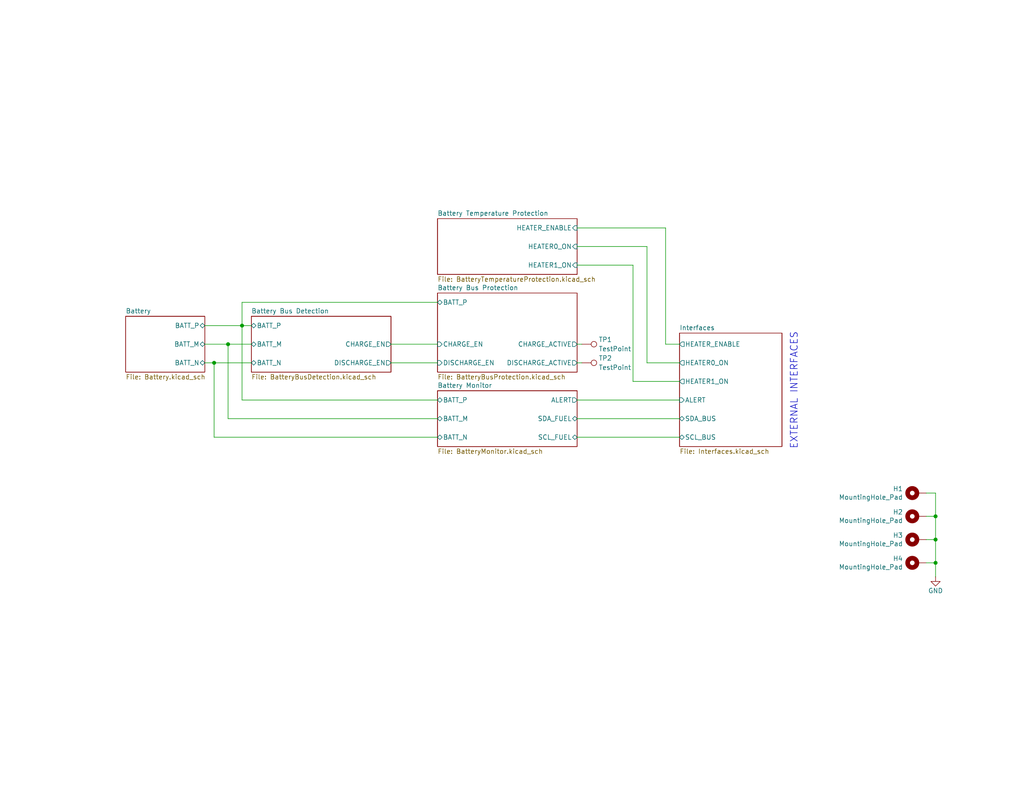
<source format=kicad_sch>
(kicad_sch (version 20250114) (generator "eeschema") (generator_version "9.0")
  (paper "USLetter")
  (title_block (title "Argus Batteryboard") (date "2025-04-16") (rev "v3.1") (company "Carnegie Mellon University") (comment 1 "M. Holliday") (comment 2 "N. Khera") (comment 3 "V. Rajesh"))
  (lib_symbols
    (symbol "Connector:TestPoint" (pin_numbers (hide yes)) (pin_names (offset 0.762) (hide yes))
      (property "Reference" "TP" (at 0 6.858 0))
      (property "Value" "TestPoint" (at 0 5.08 0))
      (symbol "TestPoint_0_1"
        (circle (center 0 3.302) (radius 0.762))
      )
      (symbol "TestPoint_1_1"
        (pin passive line (at 0 0 90) (length 2.54) (name "1") (number "1"))
      )
    )
    (symbol "Mechanical:MountingHole_Pad" (pin_numbers (hide yes)) (pin_names (offset 1.016) (hide yes)) (exclude_from_sim yes) (in_bom no)
      (property "Reference" "H" (at 0 6.35 0))
      (property "Value" "MountingHole_Pad" (at 0 4.445 0))
      (symbol "MountingHole_Pad_0_1"
        (circle (center 0 1.27) (radius 1.27) (stroke (width 1.27)))
      )
      (symbol "MountingHole_Pad_1_1"
        (pin input line (at 0 -2.54 90) (length 2.54) (name "1") (number "1"))
      )
    )
    (symbol "power:GND" (power) (pin_numbers (hide yes)) (pin_names (offset 0) (hide yes))
      (property "Value" "GND" (at 0 -3.81 0))
      (symbol "GND_0_1"
        (polyline (pts (xy 0 0) (xy 0 -1.27) (xy 1.27 -1.27) (xy 0 -2.54) (xy -1.27 -1.27) (xy 0 -1.27)))
      )
      (symbol "GND_1_1"
        (pin power_in line (at 0 0 270) (length 0) (name "~") (number "1"))
      )
    )
  )
  (text "EXTERNAL INTERFACES" (at 216.662 106.68 90) (effects (font (size 1.905 1.905))))
  (junction (at 58.42 99.06))
  (junction (at 255.27 147.32))
  (junction (at 62.23 93.98))
  (junction (at 66.04 88.9))
  (junction (at 255.27 140.97))
  (junction (at 255.27 153.67))
  (wire (pts (xy 58.42 99.06) (xy 58.42 119.38)))
  (wire (pts (xy 255.27 140.97) (xy 255.27 147.32)))
  (wire (pts (xy 55.88 99.06) (xy 58.42 99.06)))
  (wire (pts (xy 66.04 82.55) (xy 119.38 82.55)))
  (wire (pts (xy 176.53 99.06) (xy 185.42 99.06)))
  (wire (pts (xy 62.23 114.3) (xy 119.38 114.3)))
  (wire (pts (xy 172.72 104.14) (xy 172.72 72.39)))
  (wire (pts (xy 106.68 99.06) (xy 119.38 99.06)))
  (wire (pts (xy 157.48 99.06) (xy 158.75 99.06)))
  (wire (pts (xy 55.88 88.9) (xy 66.04 88.9)))
  (wire (pts (xy 255.27 147.32) (xy 255.27 153.67)))
  (wire (pts (xy 55.88 93.98) (xy 62.23 93.98)))
  (wire (pts (xy 157.48 109.22) (xy 185.42 109.22)))
  (wire (pts (xy 157.48 67.31) (xy 176.53 67.31)))
  (wire (pts (xy 62.23 93.98) (xy 68.58 93.98)))
  (wire (pts (xy 66.04 88.9) (xy 68.58 88.9)))
  (wire (pts (xy 252.73 140.97) (xy 255.27 140.97)))
  (wire (pts (xy 157.48 62.23) (xy 181.61 62.23)))
  (wire (pts (xy 157.48 114.3) (xy 185.42 114.3)))
  (wire (pts (xy 181.61 93.98) (xy 181.61 62.23)))
  (wire (pts (xy 119.38 109.22) (xy 66.04 109.22)))
  (wire (pts (xy 252.73 153.67) (xy 255.27 153.67)))
  (wire (pts (xy 58.42 99.06) (xy 68.58 99.06)))
  (wire (pts (xy 252.73 147.32) (xy 255.27 147.32)))
  (wire (pts (xy 185.42 104.14) (xy 172.72 104.14)))
  (wire (pts (xy 66.04 88.9) (xy 66.04 109.22)))
  (wire (pts (xy 157.48 72.39) (xy 172.72 72.39)))
  (wire (pts (xy 157.48 119.38) (xy 185.42 119.38)))
  (wire (pts (xy 66.04 82.55) (xy 66.04 88.9)))
  (wire (pts (xy 185.42 93.98) (xy 181.61 93.98)))
  (wire (pts (xy 255.27 134.62) (xy 255.27 140.97)))
  (wire (pts (xy 62.23 93.98) (xy 62.23 114.3)))
  (wire (pts (xy 106.68 93.98) (xy 119.38 93.98)))
  (wire (pts (xy 176.53 67.31) (xy 176.53 99.06)))
  (wire (pts (xy 252.73 134.62) (xy 255.27 134.62)))
  (wire (pts (xy 157.48 93.98) (xy 158.75 93.98)))
  (wire (pts (xy 119.38 119.38) (xy 58.42 119.38)))
  (wire (pts (xy 255.27 153.67) (xy 255.27 157.48)))
  (symbol (lib_id "Connector:TestPoint") (at 158.75 99.06 270) (unit 1) (in_bom no)
    (property "Reference" "TP2" (at 163.322 97.79 90) (effects (justify left)))
    (property "Value" "TestPoint" (at 163.322 100.33 90) (effects (justify left)))
    (property "Footprint" "TestPoint:TestPoint_Pad_D1.5mm" (effects (hide yes)))
    (property "Description" "test point" (effects (hide yes)))
  )
  (symbol (lib_id "Mechanical:MountingHole_Pad") (at 250.19 153.67 90) (mirror x) (unit 1) (in_bom no)
    (property "Reference" "H4" (at 246.38 152.5016 90) (effects (justify left)))
    (property "Value" "MountingHole_Pad" (at 246.38 154.813 90) (effects (justify left)))
    (property "Footprint" "MountingHole:MountingHole_3.2mm_M3_Pad_TopBottom" (effects (hide yes)))
    (property "Description" "Mounting Hole with connection" (effects (hide yes)))
    (property "DNP" "DNP" (effects (hide yes)))
  )
  (symbol (lib_id "power:GND") (at 255.27 157.48 0) (unit 1)
    (property "Reference" "#PWR047" (effects (hide yes)))
    (property "Value" "GND" (at 255.27 161.29 0))
    (property "Description" "Power symbol creates a global label with name \"GND\" , ground" (effects (hide yes)))
  )
  (symbol (lib_id "Mechanical:MountingHole_Pad") (at 250.19 147.32 90) (mirror x) (unit 1) (in_bom no)
    (property "Reference" "H3" (at 246.38 146.1516 90) (effects (justify left)))
    (property "Value" "MountingHole_Pad" (at 246.38 148.463 90) (effects (justify left)))
    (property "Footprint" "MountingHole:MountingHole_3.2mm_M3_Pad_TopBottom" (effects (hide yes)))
    (property "Description" "Mounting Hole with connection" (effects (hide yes)))
    (property "DNP" "DNP" (effects (hide yes)))
  )
  (symbol (lib_id "Mechanical:MountingHole_Pad") (at 250.19 140.97 90) (mirror x) (unit 1) (in_bom no)
    (property "Reference" "H2" (at 246.38 139.8016 90) (effects (justify left)))
    (property "Value" "MountingHole_Pad" (at 246.38 142.113 90) (effects (justify left)))
    (property "Footprint" "MountingHole:MountingHole_3.2mm_M3_Pad_TopBottom" (effects (hide yes)))
    (property "Description" "Mounting Hole with connection" (effects (hide yes)))
    (property "DNP" "DNP" (effects (hide yes)))
  )
  (symbol (lib_id "Connector:TestPoint") (at 158.75 93.98 270) (unit 1) (in_bom no)
    (property "Reference" "TP1" (at 163.322 92.71 90) (effects (justify left)))
    (property "Value" "TestPoint" (at 163.322 95.25 90) (effects (justify left)))
    (property "Footprint" "TestPoint:TestPoint_Pad_D1.5mm" (effects (hide yes)))
    (property "Description" "test point" (effects (hide yes)))
  )
  (symbol (lib_id "Mechanical:MountingHole_Pad") (at 250.19 134.62 90) (mirror x) (unit 1) (in_bom no)
    (property "Reference" "H1" (at 246.38 133.4516 90) (effects (justify left)))
    (property "Value" "MountingHole_Pad" (at 246.38 135.763 90) (effects (justify left)))
    (property "Footprint" "MountingHole:MountingHole_3.2mm_M3_Pad_TopBottom" (effects (hide yes)))
    (property "Description" "Mounting Hole with connection" (effects (hide yes)))
    (property "DNP" "DNP" (effects (hide yes)))
  )
  (sheet (at 119.38 80.01) (size 38.1 21.59) (stroke (width 0.1524))
    (property "Sheetname" "Battery Bus Protection" (at 119.38 79.2984 0) (effects (justify left bottom)))
    (property "Sheetfile" "BatteryBusProtection.kicad_sch" (at 119.38 102.1846 0) (effects (justify left top)))
    (pin "DISCHARGE_ACTIVE" output (at 157.48 99.06 0))
    (pin "CHARGE_EN" input (at 119.38 93.98 180))
    (pin "CHARGE_ACTIVE" output (at 157.48 93.98 0))
    (pin "DISCHARGE_EN" input (at 119.38 99.06 180))
    (pin "BATT_P" bidirectional (at 119.38 82.55 180))
  )
  (sheet (at 68.58 86.36) (size 38.1 15.24) (stroke (width 0.1524))
    (property "Sheetname" "Battery Bus Detection" (at 68.58 85.6484 0) (effects (justify left bottom)))
    (property "Sheetfile" "BatteryBusDetection.kicad_sch" (at 68.58 102.1846 0) (effects (justify left top)))
    (pin "CHARGE_EN" output (at 106.68 93.98 0))
    (pin "DISCHARGE_EN" output (at 106.68 99.06 0))
    (pin "BATT_P" bidirectional (at 68.58 88.9 180))
    (pin "BATT_M" bidirectional (at 68.58 93.98 180))
    (pin "BATT_N" bidirectional (at 68.58 99.06 180))
  )
  (sheet (at 119.38 59.69) (size 38.1 15.24) (stroke (width 0.1524))
    (property "Sheetname" "Battery Temperature Protection" (at 119.38 58.9784 0) (effects (justify left bottom)))
    (property "Sheetfile" "BatteryTemperatureProtection.kicad_sch" (at 119.38 75.5146 0) (effects (justify left top)))
    (pin "HEATER0_ON" input (at 157.48 67.31 0))
    (pin "HEATER1_ON" input (at 157.48 72.39 0))
    (pin "HEATER_ENABLE" input (at 157.48 62.23 0))
  )
  (sheet (at 34.29 86.36) (size 21.59 15.24) (stroke (width 0.1524))
    (property "Sheetname" "Battery" (at 34.29 85.6484 0) (effects (justify left bottom)))
    (property "Sheetfile" "Battery.kicad_sch" (at 34.29 102.1846 0) (effects (justify left top)))
    (pin "BATT_N" bidirectional (at 55.88 99.06 0))
    (pin "BATT_M" bidirectional (at 55.88 93.98 0))
    (pin "BATT_P" bidirectional (at 55.88 88.9 0))
  )
  (sheet (at 119.38 106.68) (size 38.1 15.24) (stroke (width 0.1524))
    (property "Sheetname" "Battery Monitor" (at 119.38 105.9684 0) (effects (justify left bottom)))
    (property "Sheetfile" "BatteryMonitor.kicad_sch" (at 119.38 122.5046 0) (effects (justify left top)))
    (pin "SDA_FUEL" bidirectional (at 157.48 114.3 0))
    (pin "SCL_FUEL" bidirectional (at 157.48 119.38 0))
    (pin "ALERT" output (at 157.48 109.22 0))
    (pin "BATT_M" bidirectional (at 119.38 114.3 180))
    (pin "BATT_N" bidirectional (at 119.38 119.38 180))
    (pin "BATT_P" bidirectional (at 119.38 109.22 180))
  )
  (sheet (at 185.42 90.932) (size 27.94 30.988) (stroke (width 0.1524))
    (property "Sheetname" "Interfaces" (at 185.42 90.2204 0) (effects (justify left bottom)))
    (property "Sheetfile" "Interfaces.kicad_sch" (at 185.42 122.5046 0) (effects (justify left top)))
    (pin "SDA_BUS" bidirectional (at 185.42 114.3 180))
    (pin "SCL_BUS" bidirectional (at 185.42 119.38 180))
    (pin "ALERT" input (at 185.42 109.22 180))
    (pin "HEATER_ENABLE" output (at 185.42 93.98 180))
    (pin "HEATER1_ON" output (at 185.42 104.14 180))
    (pin "HEATER0_ON" output (at 185.42 99.06 180))
  )
)
</source>
